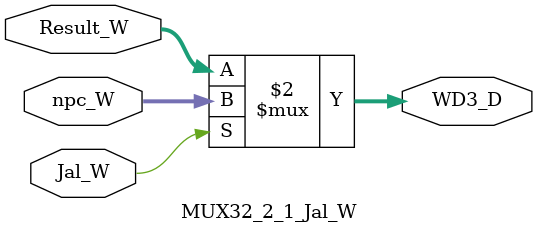
<source format=v>
`timescale 1ns / 1ps
module MUX32_2_1_Jal_W(
    input [31:0] Result_W,
    input [31:0] npc_W,
    input Jal_W,
    output [31:0] WD3_D
    );

	assign WD3_D = (Jal_W==1'b1)?npc_W:Result_W;

endmodule

</source>
